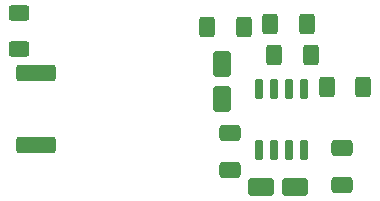
<source format=gbr>
%TF.GenerationSoftware,KiCad,Pcbnew,8.0.3*%
%TF.CreationDate,2024-08-14T19:55:25+03:00*%
%TF.ProjectId,limit_switch,6c696d69-745f-4737-9769-7463682e6b69,rev?*%
%TF.SameCoordinates,PX6ce2448PY49658d0*%
%TF.FileFunction,Paste,Top*%
%TF.FilePolarity,Positive*%
%FSLAX46Y46*%
G04 Gerber Fmt 4.6, Leading zero omitted, Abs format (unit mm)*
G04 Created by KiCad (PCBNEW 8.0.3) date 2024-08-14 19:55:25*
%MOMM*%
%LPD*%
G01*
G04 APERTURE LIST*
G04 Aperture macros list*
%AMRoundRect*
0 Rectangle with rounded corners*
0 $1 Rounding radius*
0 $2 $3 $4 $5 $6 $7 $8 $9 X,Y pos of 4 corners*
0 Add a 4 corners polygon primitive as box body*
4,1,4,$2,$3,$4,$5,$6,$7,$8,$9,$2,$3,0*
0 Add four circle primitives for the rounded corners*
1,1,$1+$1,$2,$3*
1,1,$1+$1,$4,$5*
1,1,$1+$1,$6,$7*
1,1,$1+$1,$8,$9*
0 Add four rect primitives between the rounded corners*
20,1,$1+$1,$2,$3,$4,$5,0*
20,1,$1+$1,$4,$5,$6,$7,0*
20,1,$1+$1,$6,$7,$8,$9,0*
20,1,$1+$1,$8,$9,$2,$3,0*%
G04 Aperture macros list end*
%ADD10RoundRect,0.150000X0.150000X-0.725000X0.150000X0.725000X-0.150000X0.725000X-0.150000X-0.725000X0*%
%ADD11RoundRect,0.250000X0.850000X0.500000X-0.850000X0.500000X-0.850000X-0.500000X0.850000X-0.500000X0*%
%ADD12RoundRect,0.250000X-0.650000X0.412500X-0.650000X-0.412500X0.650000X-0.412500X0.650000X0.412500X0*%
%ADD13RoundRect,0.250000X0.400000X0.625000X-0.400000X0.625000X-0.400000X-0.625000X0.400000X-0.625000X0*%
%ADD14RoundRect,0.250000X0.650000X-0.412500X0.650000X0.412500X-0.650000X0.412500X-0.650000X-0.412500X0*%
%ADD15RoundRect,0.250000X-0.625000X0.400000X-0.625000X-0.400000X0.625000X-0.400000X0.625000X0.400000X0*%
%ADD16RoundRect,0.249999X1.425001X-0.450001X1.425001X0.450001X-1.425001X0.450001X-1.425001X-0.450001X0*%
%ADD17RoundRect,0.250000X-0.500000X0.850000X-0.500000X-0.850000X0.500000X-0.850000X0.500000X0.850000X0*%
G04 APERTURE END LIST*
D10*
%TO.C,U1*%
X26887000Y-14888000D03*
X28157000Y-14888000D03*
X29427000Y-14888000D03*
X30697000Y-14888000D03*
X30697000Y-9738000D03*
X29427000Y-9738000D03*
X28157000Y-9738000D03*
X26887000Y-9738000D03*
%TD*%
D11*
%TO.C,D3*%
X29951000Y-18034000D03*
X27051000Y-18034000D03*
%TD*%
D12*
%TO.C,C2*%
X24427000Y-13438000D03*
X24427000Y-16563000D03*
%TD*%
D13*
%TO.C,R7*%
X31294000Y-6858000D03*
X28194000Y-6858000D03*
%TD*%
%TO.C,R6*%
X35727000Y-9538000D03*
X32627000Y-9538000D03*
%TD*%
D14*
%TO.C,C1*%
X33927000Y-14738000D03*
X33927000Y-17863000D03*
%TD*%
D13*
%TO.C,R3*%
X25579000Y-4445000D03*
X22479000Y-4445000D03*
%TD*%
%TO.C,R4*%
X30927000Y-4238000D03*
X27827000Y-4238000D03*
%TD*%
D15*
%TO.C,R2*%
X6604000Y-3250000D03*
X6604000Y-6350000D03*
%TD*%
D16*
%TO.C,R1*%
X8001000Y-14482000D03*
X8001000Y-8382000D03*
%TD*%
D17*
%TO.C,D2*%
X23749000Y-7620000D03*
X23749000Y-10520000D03*
%TD*%
M02*

</source>
